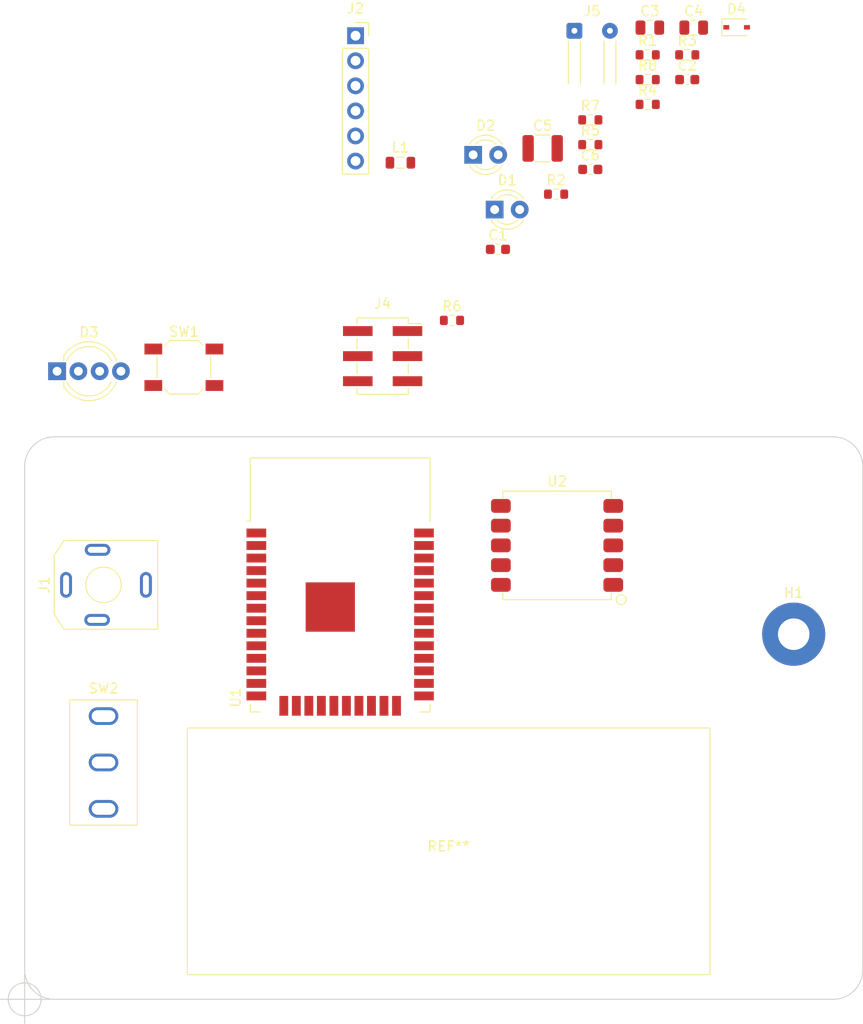
<source format=kicad_pcb>
(kicad_pcb (version 20211014) (generator pcbnew)
  (layers (0 "F.Cu" signal) (31 "B.Cu" signal) (34 "B.Paste" user) (35 "F.Paste" user) (36 "B.SilkS" user "B.Silkscreen") (37 "F.SilkS" user "F.Silkscreen") (38 "B.Mask" user) (39 "F.Mask" user) (44 "Edge.Cuts" user))
  (net 0 "")
  (net 1 "GND")
  (net 2 "+3V3")
  (net 3 "/RESET")
  (net 4 "Net-(C3-Pad1)")
  (net 5 "Net-(C3-Pad2)")
  (net 6 "Net-(C4-Pad1)")
  (net 7 "Net-(C4-Pad2)")
  (net 8 "Net-(D1-Pad2)")
  (net 9 "Net-(D2-Pad2)")
  (net 10 "Net-(D3-Pad1)")
  (net 11 "Net-(D3-Pad2)")
  (net 12 "Net-(D3-Pad3)")
  (net 13 "Net-(L1-Pad2)")
  (net 15 "/IO0")
  (net 16 "/RXD0")
  (net 17 "/TXD0")
  (net 18 "/TOUCH_1")
  (net 19 "/SCAN_SW")
  (net 20 "/TOUCH_2")
  (net 22 "/TOUCH_3")
  (net 23 "Net-(J5-Pad2)")
  (net 24 "Net-(R3-Pad1)")
  (net 25 "/LED_1")
  (net 26 "/LED_2")
  (net 27 "/LED_3_B")
  (net 28 "/LED_3_G")
  (net 29 "/LED_3_R")
  (net 47 "/I2C_SDA")
  (net 48 "/I2C_SCL")
  (footprint "Resistor_SMD:R_0603_1608Metric" (layer "F.Cu") (at 163.9 38.41)
    (fp_text reference "R2" (at 0 -1.43) (layer "F.SilkS"))
    (fp_text value "10k")
    (fp_line (start -0.237258 0.5225) (end 0.237258 0.5225) (layer "F.SilkS") (width 0.12))
    (fp_line (start -0.237258 -0.5225) (end 0.237258 -0.5225) (layer "F.SilkS") (width 0.12))
    (pad "1" smd roundrect (at -0.825 0) (size 0.8 0.95) (layers "F.Cu" "F.Paste" "F.Mask") (net 2 "+3V3"))
    (pad "2" smd roundrect (at 0.825 0) (size 0.8 0.95) (layers "F.Cu" "F.Paste" "F.Mask") (net 15 "/IO0"))
  )
  (footprint "Button_Switch_SMD:SW_SPST_SKQG_WithoutStem" (layer "F.Cu") (at 126.15 55.95)
    (fp_text reference "SW1" (at 0 -3.6) (layer "F.SilkS"))
    (fp_text value "SW_Push")
    (fp_line (start -1.45 -2.72) (end -1.94 -2.23) (layer "F.SilkS") (width 0.12))
    (fp_line (start -1.45 2.72) (end 1.45 2.72) (layer "F.SilkS") (width 0.12))
    (fp_line (start -1.45 -2.72) (end 1.45 -2.72) (layer "F.SilkS") (width 0.12))
    (fp_line (start 1.45 2.72) (end 1.94 2.23) (layer "F.SilkS") (width 0.12))
    (fp_line (start -2.72 1.04) (end -2.72 -1.04) (layer "F.SilkS") (width 0.12))
    (fp_line (start -1.45 2.72) (end -1.94 2.23) (layer "F.SilkS") (width 0.12))
    (fp_line (start 1.45 -2.72) (end 1.94 -2.23) (layer "F.SilkS") (width 0.12))
    (fp_line (start 2.72 1.04) (end 2.72 -1.04) (layer "F.SilkS") (width 0.12))
    (pad "1" smd rect (at -3.1 -1.85) (size 1.8 1.1) (layers "F.Cu" "F.Paste" "F.Mask") (net 3 "/RESET"))
    (pad "1" smd rect (at 3.1 -1.85) (size 1.8 1.1) (layers "F.Cu" "F.Paste" "F.Mask") (net 3 "/RESET"))
    (pad "2" smd rect (at -3.1 1.85) (size 1.8 1.1) (layers "F.Cu" "F.Paste" "F.Mask") (net 1 "GND"))
    (pad "2" smd rect (at 3.1 1.85) (size 1.8 1.1) (layers "F.Cu" "F.Paste" "F.Mask") (net 1 "GND"))
  )
  (footprint "FM_radio_esp32:Battery_Box_UM-4x2" (layer "F.Cu") (at 153 105)
    (fp_text reference "REF**" (at 0 -0.5 unlocked) (layer "F.SilkS"))
    (fp_text value "Battery_Box_UM-4x2")
    (fp_rect (start -26.5 -12.5) (end 26.5 12.5) (layer "F.SilkS") (width 0.12) (fill none))
  )
  (footprint "Resistor_SMD:R_0603_1608Metric" (layer "F.Cu") (at 173.19 26.8)
    (fp_text reference "R8" (at 0 -1.43) (layer "F.SilkS"))
    (fp_text value "1k")
    (fp_line (start -0.237258 0.5225) (end 0.237258 0.5225) (layer "F.SilkS") (width 0.12))
    (fp_line (start -0.237258 -0.5225) (end 0.237258 -0.5225) (layer "F.SilkS") (width 0.12))
    (pad "1" smd roundrect (at -0.825 0) (size 0.8 0.95) (layers "F.Cu" "F.Paste" "F.Mask") (net 29 "/LED_3_R"))
    (pad "2" smd roundrect (at 0.825 0) (size 0.8 0.95) (layers "F.Cu" "F.Paste" "F.Mask") (net 10 "Net-(D3-Pad1)"))
  )
  (footprint "FM_radio_esp32:Toggle_Sw_1MS1-T1-B1-M1-Q-N" (layer "F.Cu") (at 118 96)
    (fp_text reference "SW2" (at 0 -7.5 unlocked) (layer "F.SilkS"))
    (fp_text value "SW_SPDT")
    (fp_rect (start -3.43 -6.35) (end 3.43 6.35) (layer "F.SilkS") (width 0.12) (fill none))
    (pad "1" thru_hole oval (at 0 4.7) (size 3 1.8) (drill oval 2.4 1.2) (layers *.Cu *.Mask) (net 2 "+3V3"))
    (pad "2" thru_hole oval (at 0 0) (size 3 1.8) (drill oval 2.4 1.2) (layers *.Cu *.Mask) (net 23 "Net-(J5-Pad2)"))
    (pad "3" thru_hole oval (at 0 -4.7) (size 3 1.8) (drill oval 2.4 1.2) (layers *.Cu *.Mask))
  )
  (footprint "Capacitor_SMD:C_0805_2012Metric" (layer "F.Cu") (at 173.41 21.53)
    (fp_text reference "C3" (at 0 -1.68) (layer "F.SilkS"))
    (fp_text value "10uF")
    (fp_line (start -0.261252 -0.735) (end 0.261252 -0.735) (layer "F.SilkS") (width 0.12))
    (fp_line (start -0.261252 0.735) (end 0.261252 0.735) (layer "F.SilkS") (width 0.12))
    (pad "1" smd roundrect (at -0.95 0) (size 1 1.45) (layers "F.Cu" "F.Paste" "F.Mask") (net 4 "Net-(C3-Pad1)"))
    (pad "2" smd roundrect (at 0.95 0) (size 1 1.45) (layers "F.Cu" "F.Paste" "F.Mask") (net 5 "Net-(C3-Pad2)"))
  )
  (footprint "Resistor_SMD:R_0603_1608Metric" (layer "F.Cu") (at 167.37 30.88)
    (fp_text reference "R7" (at 0 -1.43) (layer "F.SilkS"))
    (fp_text value "330")
    (fp_line (start -0.237258 0.5225) (end 0.237258 0.5225) (layer "F.SilkS") (width 0.12))
    (fp_line (start -0.237258 -0.5225) (end 0.237258 -0.5225) (layer "F.SilkS") (width 0.12))
    (pad "1" smd roundrect (at -0.825 0) (size 0.8 0.95) (layers "F.Cu" "F.Paste" "F.Mask") (net 28 "/LED_3_G"))
    (pad "2" smd roundrect (at 0.825 0) (size 0.8 0.95) (layers "F.Cu" "F.Paste" "F.Mask") (net 11 "Net-(D3-Pad2)"))
  )
  (footprint "Resistor_SMD:R_0603_1608Metric" (layer "F.Cu") (at 173.19 29.31)
    (fp_text reference "R4" (at 0 -1.43) (layer "F.SilkS"))
    (fp_text value "1k")
    (fp_line (start -0.237258 0.5225) (end 0.237258 0.5225) (layer "F.SilkS") (width 0.12))
    (fp_line (start -0.237258 -0.5225) (end 0.237258 -0.5225) (layer "F.SilkS") (width 0.12))
    (pad "1" smd roundrect (at -0.825 0) (size 0.8 0.95) (layers "F.Cu" "F.Paste" "F.Mask") (net 25 "/LED_1"))
    (pad "2" smd roundrect (at 0.825 0) (size 0.8 0.95) (layers "F.Cu" "F.Paste" "F.Mask") (net 8 "Net-(D1-Pad2)"))
  )
  (footprint "Resistor_SMD:R_0603_1608Metric" (layer "F.Cu") (at 177.2 24.29)
    (fp_text reference "R3" (at 0 -1.43) (layer "F.SilkS"))
    (fp_text value "10k")
    (fp_line (start -0.237258 -0.5225) (end 0.237258 -0.5225) (layer "F.SilkS") (width 0.12))
    (fp_line (start -0.237258 0.5225) (end 0.237258 0.5225) (layer "F.SilkS") (width 0.12))
    (pad "1" smd roundrect (at -0.825 0) (size 0.8 0.95) (layers "F.Cu" "F.Paste" "F.Mask") (net 24 "Net-(R3-Pad1)"))
    (pad "2" smd roundrect (at 0.825 0) (size 0.8 0.95) (layers "F.Cu" "F.Paste" "F.Mask") (net 1 "GND"))
  )
  (footprint "Capacitor_SMD:C_0603_1608Metric" (layer "F.Cu") (at 158 44)
    (fp_text reference "C1" (at 0 -1.43) (layer "F.SilkS"))
    (fp_text value "0.1uF")
    (fp_line (start -0.14058 -0.51) (end 0.14058 -0.51) (layer "F.SilkS") (width 0.12))
    (fp_line (start -0.14058 0.51) (end 0.14058 0.51) (layer "F.SilkS") (width 0.12))
    (pad "1" smd roundrect (at -0.775 0) (size 0.9 0.95) (layers "F.Cu" "F.Paste" "F.Mask") (net 1 "GND"))
    (pad "2" smd roundrect (at 0.775 0) (size 0.9 0.95) (layers "F.Cu" "F.Paste" "F.Mask") (net 2 "+3V3"))
  )
  (footprint "Capacitor_SMD:C_0805_2012Metric" (layer "F.Cu") (at 177.86 21.53)
    (fp_text reference "C4" (at 0 -1.68) (layer "F.SilkS"))
    (fp_text value "10uF")
    (fp_line (start -0.261252 -0.735) (end 0.261252 -0.735) (layer "F.SilkS") (width 0.12))
    (fp_line (start -0.261252 0.735) (end 0.261252 0.735) (layer "F.SilkS") (width 0.12))
    (pad "1" smd roundrect (at -0.95 0) (size 1 1.45) (layers "F.Cu" "F.Paste" "F.Mask") (net 6 "Net-(C4-Pad1)"))
    (pad "2" smd roundrect (at 0.95 0) (size 1 1.45) (layers "F.Cu" "F.Paste" "F.Mask") (net 7 "Net-(C4-Pad2)"))
  )
  (footprint "LED_THT:LED_D3.0mm" (layer "F.Cu") (at 155.49 34.42)
    (fp_text reference "D2" (at 1.27 -2.96) (layer "F.SilkS"))
    (fp_text value "LED")
    (fp_line (start -0.29 1.08) (end -0.29 1.236) (layer "F.SilkS") (width 0.12))
    (fp_line (start -0.29 -1.236) (end -0.29 -1.08) (layer "F.SilkS") (width 0.12))
    (fp_arc (start 2.942335 1.078608) (mid 1.366487 1.987659) (end -0.29 1.235516) (layer "F.SilkS") (width 0.12))
    (fp_arc (start 0.229039 -1.08) (mid 1.270117 -1.5) (end 2.31113 -1.079837) (layer "F.SilkS") (width 0.12))
    (fp_arc (start 2.31113 1.079837) (mid 1.270117 1.5) (end 0.229039 1.08) (layer "F.SilkS") (width 0.12))
    (fp_arc (start -0.29 -1.235516) (mid 1.366487 -1.987659) (end 2.942335 -1.078608) (layer "F.SilkS") (width 0.12))
    (pad "1" thru_hole rect (at 0 0) (size 1.8 1.8) (drill 0.9) (layers *.Cu *.Mask) (net 1 "GND"))
    (pad "2" thru_hole circle (at 2.54 0) (size 1.8 1.8) (drill 0.9) (layers *.Cu *.Mask) (net 9 "Net-(D2-Pad2)"))
  )
  (footprint "LED_THT:LED_D5.0mm-4_RGB_Wide_Pins" (layer "F.Cu") (at 113.29 56.35)
    (fp_text reference "D3" (at 3.2385 -3.96) (layer "F.SilkS"))
    (fp_text value "LED_RGBK")
    (fp_line (start 0.6785 1.08) (end 0.6785 1.545) (layer "F.SilkS") (width 0.12))
    (fp_line (start 0.6785 -1.545) (end 0.6785 -1.08) (layer "F.SilkS") (width 0.12))
    (fp_arc (start 6.026315 1.080827) (mid 3.496956 2.978808) (end 0.6785 1.54483) (layer "F.SilkS") (width 0.12))
    (fp_arc (start 0.6785 -1.54483) (mid 3.496956 -2.978809) (end 6.026315 -1.080827) (layer "F.SilkS") (width 0.12))
    (fp_arc (start 5.492979 1.080429) (mid 3.238262 2.5) (end 0.983816 1.08) (layer "F.SilkS") (width 0.12))
    (fp_arc (start 0.983816 -1.08) (mid 3.238262 -2.5) (end 5.492979 -1.080429) (layer "F.SilkS") (width 0.12))
    (pad "1" thru_hole rect (at 0 0) (size 1.8 1.8) (drill 0.9) (layers *.Cu *.Mask) (net 10 "Net-(D3-Pad1)"))
    (pad "2" thru_hole circle (at 2.159 0) (size 1.8 1.8) (drill 0.9) (layers *.Cu *.Mask) (net 11 "Net-(D3-Pad2)"))
    (pad "3" thru_hole circle (at 4.318 0) (size 1.8 1.8) (drill 0.9) (layers *.Cu *.Mask) (net 12 "Net-(D3-Pad3)"))
    (pad "4" thru_hole circle (at 6.477 0) (size 1.8 1.8) (drill 0.9) (layers *.Cu *.Mask) (net 1 "GND"))
  )
  (footprint "Inductor_SMD:L_0805_2012Metric" (layer "F.Cu") (at 148.11 35.22)
    (fp_text reference "L1" (at 0 -1.55) (layer "F.SilkS"))
    (fp_text value "1uH")
    (fp_line (start -0.399622 0.56) (end 0.399622 0.56) (layer "F.SilkS") (width 0.12))
    (fp_line (start -0.399622 -0.56) (end 0.399622 -0.56) (layer "F.SilkS") (width 0.12))
    (pad "1" smd roundrect (at -1.0625 0) (size 0.875 1.2) (layers "F.Cu" "F.Paste" "F.Mask") (net 1 "GND"))
    (pad "2" smd roundrect (at 1.0625 0) (size 0.875 1.2) (layers "F.Cu" "F.Paste" "F.Mask") (net 13 "Net-(L1-Pad2)"))
  )
  (footprint "Resistor_SMD:R_0603_1608Metric" (layer "F.Cu") (at 167.37 33.39)
    (fp_text reference "R5" (at 0 -1.43) (layer "F.SilkS"))
    (fp_text value "1k")
    (fp_line (start -0.237258 -0.5225) (end 0.237258 -0.5225) (layer "F.SilkS") (width 0.12))
    (fp_line (start -0.237258 0.5225) (end 0.237258 0.5225) (layer "F.SilkS") (width 0.12))
    (pad "1" smd roundrect (at -0.825 0) (size 0.8 0.95) (layers "F.Cu" "F.Paste" "F.Mask") (net 26 "/LED_2"))
    (pad "2" smd roundrect (at 0.825 0) (size 0.8 0.95) (layers "F.Cu" "F.Paste" "F.Mask") (net 9 "Net-(D2-Pad2)"))
  )
  (footprint "LED_THT:LED_D3.0mm" (layer "F.Cu") (at 157.67 39.97)
    (fp_text reference "D1" (at 1.27 -2.96) (layer "F.SilkS"))
    (fp_text value "LED")
    (fp_line (start -0.29 1.08) (end -0.29 1.236) (layer "F.SilkS") (width 0.12))
    (fp_line (start -0.29 -1.236) (end -0.29 -1.08) (layer "F.SilkS") (width 0.12))
    (fp_arc (start 0.229039 -1.08) (mid 1.270117 -1.5) (end 2.31113 -1.079837) (layer "F.SilkS") (width 0.12))
    (fp_arc (start 2.942335 1.078608) (mid 1.366487 1.987659) (end -0.29 1.235516) (layer "F.SilkS") (width 0.12))
    (fp_arc (start -0.29 -1.235516) (mid 1.366487 -1.987659) (end 2.942335 -1.078608) (layer "F.SilkS") (width 0.12))
    (fp_arc (start 2.31113 1.079837) (mid 1.270117 1.5) (end 0.229039 1.08) (layer "F.SilkS") (width 0.12))
    (pad "1" thru_hole rect (at 0 0) (size 1.8 1.8) (drill 0.9) (layers *.Cu *.Mask) (net 1 "GND"))
    (pad "2" thru_hole circle (at 2.54 0) (size 1.8 1.8) (drill 0.9) (layers *.Cu *.Mask) (net 8 "Net-(D1-Pad2)"))
  )
  (footprint "MountingHole:MountingHole_3.2mm_M3_Pad" (layer "F.Cu") (at 188 83)
    (fp_text reference "H1" (at 0 -4.2) (layer "F.SilkS"))
    (fp_text value "MountingHole_Pad")
    (pad "1" thru_hole circle (at 0 0) (size 6.4 6.4) (drill 3.2) (layers *.Cu *.Mask) (net 13 "Net-(L1-Pad2)"))
  )
  (footprint "Resistor_SMD:R_0603_1608Metric" (layer "F.Cu") (at 173.19 24.29)
    (fp_text reference "R1" (at 0 -1.43) (layer "F.SilkS"))
    (fp_text value "10k")
    (fp_line (start -0.237258 0.5225) (end 0.237258 0.5225) (layer "F.SilkS") (width 0.12))
    (fp_line (start -0.237258 -0.5225) (end 0.237258 -0.5225) (layer "F.SilkS") (width 0.12))
    (pad "1" smd roundrect (at -0.825 0) (size 0.8 0.95) (layers "F.Cu" "F.Paste" "F.Mask") (net 2 "+3V3"))
    (pad "2" smd roundrect (at 0.825 0) (size 0.8 0.95) (layers "F.Cu" "F.Paste" "F.Mask") (net 3 "/RESET"))
  )
  (footprint "FM_radio_esp32:Jack_3.5mm_RS_913-1055" (layer "F.Cu") (at 118 78 90)
    (fp_text reference "J1" (at 0 -6 90 unlocked) (layer "F.SilkS"))
    (fp_text value "AudioJack2_Ground_SwitchT")
    (fp_line (start 3 -5) (end 4.5 -4) (layer "F.SilkS") (width 0.12))
    (fp_line (start -4.5 -4) (end -4.5 5.5) (layer "F.SilkS") (width 0.12))
    (fp_line (start 4.5 5.5) (end 4.5 -4) (layer "F.SilkS") (width 0.12))
    (fp_line (start -3 -5) (end 3 -5) (layer "F.SilkS") (width 0.12))
    (fp_line (start -4.5 -4) (end -3 -5) (layer "F.SilkS") (width 0.12))
    (fp_line (start -4.5 5.5) (end 4.5 5.5) (layer "F.SilkS") (width 0.12))
    (fp_circle (center 0 0) (end 1.8 0) (layer "F.SilkS") (width 0.12) (fill none))
    (pad "G" thru_hole oval (at 3.55 -0.6 90) (size 1.2 2.6) (drill oval 0.6 2) (layers *.Cu *.Mask) (net 1 "GND"))
    (pad "S" thru_hole oval (at 0 -3.8 180) (size 1.2 2.6) (drill oval 0.6 2) (layers *.Cu *.Mask) (net 7 "Net-(C4-Pad2)"))
    (pad "T" thru_hole oval (at 0 4.3) (size 1.2 2.6) (drill oval 0.6 2) (layers *.Cu *.Mask) (net 5 "Net-(C3-Pad2)"))
    (pad "TN" thru_hole oval (at -3.55 -0.65 270) (size 1.2 2.6) (drill oval 0.6 2) (layers *.Cu *.Mask))
  )
  (footprint "Capacitor_SMD:C_1210_3225Metric" (layer "F.Cu") (at 162.54 33.77)
    (fp_text reference "C5" (at 0 -2.3) (layer "F.SilkS"))
    (fp_text value "47uF")
    (fp_line (start -0.711252 1.36) (end 0.711252 1.36) (layer "F.SilkS") (width 0.12))
    (fp_line (start -0.711252 -1.36) (end 0.711252 -1.36) (layer "F.SilkS") (width 0.12))
    (pad "1" smd roundrect (at -1.475 0) (size 1.15 2.7) (layers "F.Cu" "F.Paste" "F.Mask") (roundrect_rratio 0.217391) (net 2 "+3V3"))
    (pad "2" smd roundrect (at 1.475 0) (size 1.15 2.7) (layers "F.Cu" "F.Paste" "F.Mask") (roundrect_rratio 0.217391) (net 1 "GND"))
  )
  (footprint "Connector_PinSocket_2.54mm:PinSocket_2x03_P2.54mm_Vertical_SMD" (layer "F.Cu") (at 146.31 54.82)
    (fp_text reference "J4" (at 0 -5.31) (layer "F.SilkS"))
    (fp_text value "Conn_02x03_Odd_Even")
    (fp_line (start -2.6 3.3) (end -2.6 3.87) (layer "F.SilkS") (width 0.12))
    (fp_line (start -2.6 -3.87) (end 2.6 -3.87) (layer "F.SilkS") (width 0.12))
    (fp_line (start 2.6 -1.78) (end 2.6 -0.76) (layer "F.SilkS") (width 0.12))
    (fp_line (start 2.6 3.3) (end 2.6 3.87) (layer "F.SilkS") (width 0.12))
    (fp_line (start -2.6 -1.78) (end -2.6 -0.76) (layer "F.SilkS") (width 0.12))
    (fp_line (start -2.6 -3.87) (end -2.6 -3.3) (layer "F.SilkS") (width 0.12))
    (fp_line (start 2.6 0.76) (end 2.6 1.78) (layer "F.SilkS") (width 0.12))
    (fp_line (start 2.6 -3.3) (end 3.96 -3.3) (layer "F.SilkS") (width 0.12))
    (fp_line (start -2.6 3.87) (end 2.6 3.87) (layer "F.SilkS") (width 0.12))
    (fp_line (start -2.6 0.76) (end -2.6 1.78) (layer "F.SilkS") (width 0.12))
    (fp_line (start 2.6 -3.87) (end 2.6 -3.3) (layer "F.SilkS") (width 0.12))
    (pad "1" smd rect (at 2.52 -2.54) (size 3 1) (layers "F.Cu" "F.Paste" "F.Mask") (net 18 "/TOUCH_1"))
    (pad "2" smd rect (at -2.52 -2.54) (size 3 1) (layers "F.Cu" "F.Paste" "F.Mask") (net 19 "/SCAN_SW"))
    (pad "3" smd rect (at 2.52 0) (size 3 1) (layers "F.Cu" "F.Paste" "F.Mask") (net 20 "/TOUCH_2"))
    (pad "4" smd rect (at -2.52 0) (size 3 1) (layers "F.Cu" "F.Paste" "F.Mask"))
    (pad "5" smd rect (at 2.52 2.54) (size 3 1) (layers "F.Cu" "F.Paste" "F.Mask") (net 22 "/TOUCH_3"))
    (pad "6" smd rect (at -2.52 2.54) (size 3 1) (layers "F.Cu" "F.Paste" "F.Mask") (net 1 "GND"))
  )
  (footprint "RF_Module:ESP32-WROOM-32" (layer "F.Cu") (at 142 81)
    (fp_text reference "U1" (at -10.61 8.43 90) (layer "F.SilkS"))
    (fp_text value "ESP32-WROOM-32D")
    (fp_line (start -9.12 -15.865) (end -9.12 -9.445) (layer "F.SilkS") (width 0.12))
    (fp_line (start -9.12 9.88) (end -8.12 9.88) (layer "F.SilkS") (width 0.12))
    (fp_line (start 9.12 9.88) (end 8.12 9.88) (layer "F.SilkS") (width 0.12))
    (fp_line (start -9.12 9.1) (end -9.12 9.88) (layer "F.SilkS") (width 0.12))
    (fp_line (start -9.12 -15.865) (end 9.12 -15.865) (layer "F.SilkS") (width 0.12))
    (fp_line (start 9.12 9.1) (end 9.12 9.88) (layer "F.SilkS") (width 0.12))
    (fp_line (start -9.12 -9.445) (end -9.5 -9.445) (layer "F.SilkS") (width 0.12))
    (fp_line (start 9.12 -15.865) (end 9.12 -9.445) (layer "F.SilkS") (width 0.12))
    (pad "1" smd rect (at -8.5 -8.255) (size 2 0.9) (layers "F.Cu" "F.Paste" "F.Mask") (net 1 "GND"))
    (pad "2" smd rect (at -8.5 -6.985) (size 2 0.9) (layers "F.Cu" "F.Paste" "F.Mask") (net 2 "+3V3"))
    (pad "3" smd rect (at -8.5 -5.715) (size 2 0.9) (layers "F.Cu" "F.Paste" "F.Mask") (net 3 "/RESET"))
    (pad "4" smd rect (at -8.5 -4.445) (size 2 0.9) (layers "F.Cu" "F.Paste" "F.Mask"))
    (pad "5" smd rect (at -8.5 -3.175) (size 2 0.9) (layers "F.Cu" "F.Paste" "F.Mask"))
    (pad "6" smd rect (at -8.5 -1.905) (size 2 0.9) (layers "F.Cu" "F.Paste" "F.Mask") (net 2 "+3V3"))
    (pad "7" smd rect (at -8.5 -0.635) (size 2 0.9) (layers "F.Cu" "F.Paste" "F.Mask"))
    (pad "8" smd rect (at -8.5 0.635) (size 2 0.9) (layers "F.Cu" "F.Paste" "F.Mask") (net 20 "/TOUCH_2"))
    (pad "9" smd rect (at -8.5 1.905) (size 2 0.9) (layers "F.Cu" "F.Paste" "F.Mask") (net 22 "/TOUCH_3"))
    (pad "10" smd rect (at -8.5 3.175) (size 2 0.9) (layers "F.Cu" "F.Paste" "F.Mask"))
    (pad "11" smd rect (at -8.5 4.445) (size 2 0.9) (layers "F.Cu" "F.Paste" "F.Mask") (net 19 "/SCAN_SW"))
    (pad "12" smd rect (at -8.5 5.715) (size 2 0.9) (layers "F.Cu" "F.Paste" "F.Mask") (net 18 "/TOUCH_1"))
    (pad "13" smd rect (at -8.5 6.985) (size 2 0.9) (layers "F.Cu" "F.Paste" "F.Mask") (net 28 "/LED_3_G"))
    (pad "14" smd rect (at -8.5 8.255) (size 2 0.9) (layers "F.Cu" "F.Paste" "F.Mask") (net 26 "/LED_2"))
    (pad "15" smd rect (at -5.715 9.255 90) (size 2 0.9) (layers "F.Cu" "F.Paste" "F.Mask") (net 1 "GND"))
    (pad "16" smd rect (at -4.445 9.255 90) (size 2 0.9) (layers "F.Cu" "F.Paste" "F.Mask") (net 27 "/LED_3_B"))
    (pad "17" smd rect (at -3.175 9.255 90) (size 2 0.9) (layers "F.Cu" "F.Paste" "F.Mask"))
    (pad "18" smd rect (at -1.905 9.255 90) (size 2 0.9) (layers "F.Cu" "F.Paste" "F.Mask"))
    (pad "19" smd rect (at -0.635 9.255 90) (size 2 0.9) (layers "F.Cu" "F.Paste" "F.Mask"))
    (pad "20" smd rect (at 0.635 9.255 90) (size 2 0.9) (layers "F.Cu" "F.Paste" "F.Mask"))
    (pad "21" smd rect (at 1.905 9.255 90) (size 2 0.9) (layers "F.Cu" "F.Paste" "F.Mask"))
    (pad "22" smd rect (at 3.175 9.255 90) (size 2 0.9) (layers "F.Cu" "F.Paste" "F.Mask"))
    (pad "23" smd rect (at 4.445 9.255 90) (size 2 0.9) (layers "F.Cu" "F.Paste" "F.Mask") (net 29 "/LED_3_R"))
    (pad "24" smd rect (at 5.715 9.255 90) (size 2 0.9) (layers "F.Cu" "F.Paste" "F.Mask") (net 24 "Net-(R3-Pad1)"))
    (pad "25" smd rect (at 8.5 8.255) (size 2 0.9) (layers "F.Cu" "F.Paste" "F.Mask") (net 15 "/IO0"))
    (pad "26" smd rect (at 8.5 6.985) (size 2 0.9) (layers "F.Cu" "F.Paste" "F.Mask") (net 25 "/LED_1"))
    (pad "27" smd rect (at 8.5 5.715) (size 2 0.9) (layers "F.Cu" "F.Paste" "F.Mask"))
    (pad "28" smd rect (at 8.5 4.445) (size 2 0.9) (layers "F.Cu" "F.Paste" "F.Mask"))
    (pad "29" smd rect (at 8.5 3.175) (size 2 0.9) (layers "F.Cu" "F.Paste" "F.Mask"))
    (pad "30" smd rect (at 8.5 1.905) (size 2 0.9) (layers "F.Cu" "F.Paste" "F.Mask"))
    (pad "31" smd rect (at 8.5 0.635) (size 2 0.9) (layers "F.Cu" "F.Paste" "F.Mask"))
    (pad "32" smd rect (at 8.5 -0.635) (size 2 0.9) (layers "F.Cu" "F.Paste" "F.Mask"))
    (pad "33" smd rect (at 8.5 -1.905) (size 2 0.9) (layers "F.Cu" "F.Paste" "F.Mask") (net 47 "/I2C_SDA"))
    (pad "34" smd rect (at 8.5 -3.175) (size 2 0.9) (layers "F.Cu" "F.Paste" "F.Mask") (net 16 "/RXD0"))
    (pad "35" smd rect (at 8.5 -4.445) (size 2 0.9) (layers "F.Cu" "F.Paste" "F.Mask") (net 17 "/TXD0"))
    (pad "36" smd rect (at 8.5 -5.715) (size 2 0.9) (layers "F.Cu" "F.Paste" "F.Mask") (net 48 "/I2C_SCL"))
    (pad "37" smd rect (at 8.5 -6.985) (size 2 0.9) (layers "F.Cu" "F.Paste" "F.Mask"))
    (pad "38" smd rect (at 8.5 -8.255) (size 2 0.9) (layers "F.Cu" "F.Paste" "F.Mask") (net 1 "GND"))
    (pad "39" smd rect (at -1 -0.755) (size 5 5) (layers "F.Cu" "F.Paste" "F.Mask") (net 1 "GND"))
  )
  (footprint "Connector_Wire:SolderWire-0.1sqmm_1x02_P3.6mm_D0.4mm_OD1mm_Relief" (layer "F.Cu") (at 165.76 21.85)
    (fp_text reference "J5" (at 1.8 -2) (layer "F.SilkS"))
    (fp_text value "Conn_01x02")
    (fp_line (start 4.21 1.06) (end 4.21 5.39) (layer "F.SilkS") (width 0.12))
    (fp_line (start 0.61 1.06) (end 0.61 5.39) (layer "F.SilkS") (width 0.12))
    (fp_line (start -0.61 1.06) (end -0.61 5.39) (layer "F.SilkS") (width 0.12))
    (fp_line (start 2.99 1.06) (end 2.99 5.39) (layer "F.SilkS") (width 0.12))
    (pad "" np_thru_hole circle (at 0 6) (size 1.5 1.5) (drill 1.5) (layers *.Cu *.Mask))
    (pad "" np_thru_hole circle (at 3.6 6) (size 1.5 1.5) (drill 1.5) (layers *.Cu *.Mask))
    (pad "1" thru_hole roundrect (at 0 0) (size 1.6 1.6) (drill 0.6) (layers *.Cu *.Mask) (roundrect_rratio 0.15625) (net 1 "GND"))
    (pad "2" thru_hole circle (at 3.6 0) (size 1.6 1.6) (drill 0.6) (layers *.Cu *.Mask) (net 23 "Net-(J5-Pad2)"))
  )
  (footprint "Connector_PinSocket_2.54mm:PinSocket_1x06_P2.54mm_Vertical" (layer "F.Cu") (at 143.56 22.35)
    (fp_text reference "J2" (at 0 -2.77) (layer "F.SilkS"))
    (fp_text value "Conn_01x06")
    (fp_line (start 1.33 1.27) (end 1.33 14.03) (layer "F.SilkS") (width 0.12))
    (fp_line (start -1.33 1.27) (end -1.33 14.03) (layer "F.SilkS") (width 0.12))
    (fp_line (start 1.33 -1.33) (end 1.33 0) (layer "F.SilkS") (width 0.12))
    (fp_line (start -1.33 14.03) (end 1.33 14.03) (layer "F.SilkS") (width 0.12))
    (fp_line (start -1.33 1.27) (end 1.33 1.27) (layer "F.SilkS") (width 0.12))
    (fp_line (start 0 -1.33) (end 1.33 -1.33) (layer "F.SilkS") (width 0.12))
    (pad "1" thru_hole rect (at 0 0) (size 1.7 1.7) (drill 1) (layers *.Cu *.Mask) (net 1 "GND"))
    (pad "2" thru_hole oval (at 0 2.54) (size 1.7 1.7) (drill 1) (layers *.Cu *.Mask) (net 15 "/IO0"))
    (pad "3" thru_hole oval (at 0 5.08) (size 1.7 1.7) (drill 1) (layers *.Cu *.Mask) (net 2 "+3V3"))
    (pad "4" thru_hole oval (at 0 7.62) (size 1.7 1.7) (drill 1) (layers *.Cu *.Mask) (net 16 "/RXD0"))
    (pad "5" thru_hole oval (at 0 10.16) (size 1.7 1.7) (drill 1) (layers *.Cu *.Mask) (net 17 "/TXD0"))
    (pad "6" thru_hole oval (at 0 12.7) (size 1.7 1.7) (drill 1) (layers *.Cu *.Mask) (net 3 "/RESET"))
  )
  (footprint "Resistor_SMD:R_0603_1608Metric" (layer "F.Cu") (at 153.34 51.2)
    (fp_text reference "R6" (at 0 -1.43) (layer "F.SilkS"))
    (fp_text value "330")
    (fp_line (start -0.237258 0.5225) (end 0.237258 0.5225) (layer "F.SilkS") (width 0.12))
    (fp_line (start -0.237258 -0.5225) (end 0.237258 -0.5225) (layer "F.SilkS") (width 0.12))
    (pad "1" smd roundrect (at -0.825 0) (size 0.8 0.95) (layers "F.Cu" "F.Paste" "F.Mask") (net 27 "/LED_3_B"))
    (pad "2" smd roundrect (at 0.825 0) (size 0.8 0.95) (layers "F.Cu" "F.Paste" "F.Mask") (net 12 "Net-(D3-Pad3)"))
  )
  (footprint "FM_radio_esp32:RDA5807H" (layer "F.Cu") (at 164 74)
    (fp_text reference "U2" (at 0 -6.5 unlocked) (layer "F.SilkS"))
    (fp_text value "RDA5807")
    (fp_line (start -5.5 5.5) (end -5.5 4.8) (layer "F.SilkS") (width 0.12))
    (fp_line (start 5.5 -5.5) (end 5.5 -4.8) (layer "F.SilkS") (width 0.12))
    (fp_line (start 5.5 5.5) (end -5.5 5.5) (layer "F.SilkS") (width 0.12))
    (fp_line (start -5.5 -5.5) (end 5.5 -5.5) (layer "F.SilkS") (width 0.12))
    (fp_line (start 5.5 4.8) (end 5.5 5.5) (layer "F.SilkS") (width 0.12))
    (fp_line (start -5.5 -5.5) (end -5.5 -4.8) (layer "F.SilkS") (width 0.12))
    (fp_circle (center 6.5 5.5) (end 7 5.5) (layer "F.SilkS") (width 0.12) (fill none))
    (pad "1" smd roundrect (at 5.5 4) (size 2 1.4) (drill (offset 0.2 0)) (layers "F.Cu" "F.Paste" "F.Mask") (net 1 "GND"))
    (pad "2" smd roundrect (at 5.5 2) (size 2 1.4) (drill (offset 0.2 0)) (layers "F.Cu" "F.Paste" "F.Mask") (net 6 "Net-(C4-Pad1)"))
    (pad "3" smd roundrect (at 5.5 0) (size 2 1.4) (drill (offset 0.2 0)) (layers "F.Cu" "F.Paste" "F.Mask") (net 4 "Net-(C3-Pad1)"))
    (pad "4" smd roundrect (at 5.5 -2) (size 2 1.4) (drill (offset 0.2 0)) (layers "F.Cu" "F.Paste" "F.Mask"))
    (pad "5" smd roundrect (at 5.5 -4) (size 2 1.4) (drill (offset 0.2 0)) (layers "F.Cu" "F.Paste" "F.Mask") (net 13 "Net-(L1-Pad2)"))
    (pad "6" smd roundrect (at -5.5 -4) (size 2 1.4) (drill (offset -0.2 0)) (layers "F.Cu" "F.Paste" "F.Mask") (net 47 "/I2C_SDA"))
    (pad "7" smd roundrect (at -5.5 -2) (size 2 1.4) (drill (offset -0.2 0)) (layers "F.Cu" "F.Paste" "F.Mask") (net 48 "/I2C_SCL"))
    (pad "8" smd roundrect (at -5.5 0) (size 2 1.4) (drill (offset -0.2 0)) (layers "F.Cu" "F.Paste" "F.Mask"))
    (pad "9" smd roundrect (at -5.5 2) (size 2 1.4) (drill (offset -0.2 0)) (layers "F.Cu" "F.Paste" "F.Mask"))
    (pad "10" smd roundrect (at -5.5 4) (size 2 1.4) (drill (offset -0.2 0)) (layers "F.Cu" "F.Paste" "F.Mask") (net 2 "+3V3"))
  )
  (footprint "Capacitor_SMD:C_0603_1608Metric" (layer "F.Cu") (at 177.2 26.8)
    (fp_text reference "C2" (at 0 -1.43) (layer "F.SilkS"))
    (fp_text value "1u")
    (fp_line (start -0.14058 -0.51) (end 0.14058 -0.51) (layer "F.SilkS") (width 0.12))
    (fp_line (start -0.14058 0.51) (end 0.14058 0.51) (layer "F.SilkS") (width 0.12))
    (pad "1" smd roundrect (at -0.775 0) (size 0.9 0.95) (layers "F.Cu" "F.Paste" "F.Mask") (net 3 "/RESET"))
    (pad "2" smd roundrect (at 0.775 0) (size 0.9 0.95) (layers "F.Cu" "F.Paste" "F.Mask") (net 1 "GND"))
  )
  (footprint "Capacitor_SMD:C_0603_1608Metric" (layer "F.Cu") (at 167.37 35.9)
    (fp_text reference "C6" (at 0 -1.43) (layer "F.SilkS"))
    (fp_text value "0.1uF")
    (fp_line (start -0.14058 -0.51) (end 0.14058 -0.51) (layer "F.SilkS") (width 0.12))
    (fp_line (start -0.14058 0.51) (end 0.14058 0.51) (layer "F.SilkS") (width 0.12))
    (pad "1" smd roundrect (at -0.775 0) (size 0.9 0.95) (layers "F.Cu" "F.Paste" "F.Mask") (net 2 "+3V3"))
    (pad "2" smd roundrect (at 0.775 0) (size 0.9 0.95) (layers "F.Cu" "F.Paste" "F.Mask") (net 1 "GND"))
  )
  (footprint "Diode_SMD:D_SOD-323" (layer "F.Cu") (at 182.21 21.5)
    (fp_text reference "D4" (at 0 -1.85) (layer "F.SilkS"))
    (fp_text value "D_Zener")
    (fp_line (start -1.5 -0.85) (end 1.05 -0.85) (layer "F.SilkS") (width 0.12))
    (fp_line (start -1.5 -0.85) (end -1.5 0.85) (layer "F.SilkS") (width 0.12))
    (fp_line (start -1.5 0.85) (end 1.05 0.85) (layer "F.SilkS") (width 0.12))
    (pad "1" smd rect (at -1.05 0) (size 0.6 0.45) (layers "F.Cu" "F.Paste" "F.Mask") (net 2 "+3V3"))
    (pad "2" smd rect (at 1.05 0) (size 0.6 0.45) (layers "F.Cu" "F.Paste" "F.Mask") (net 1 "GND"))
  )
  (gr_arc (start 195 117) (mid 194.12132 119.12132) (end 192 120) (layer "Edge.Cuts") (width 0.1))
  (gr_line (start 113 63) (end 192 63) (layer "Edge.Cuts") (width 0.1))
  (gr_line (start 110 117) (end 110 66) (layer "Edge.Cuts") (width 0.1))
  (gr_arc (start 192 63) (mid 194.12132 63.87868) (end 195 66) (layer "Edge.Cuts") (width 0.1))
  (gr_line (start 192 120) (end 113 120) (layer "Edge.Cuts") (width 0.1))
  (gr_arc (start 113 120) (mid 110.87868 119.12132) (end 110 117) (layer "Edge.Cuts") (width 0.1))
  (gr_line (start 195 66) (end 195 117) (layer "Edge.Cuts") (width 0.1))
  (gr_arc (start 110 66) (mid 110.87868 63.87868) (end 113 63) (layer "Edge.Cuts") (width 0.1))
  (target plus (at 110 120) (size 5) (width 0.1) (layer "Edge.Cuts"))
)
</source>
